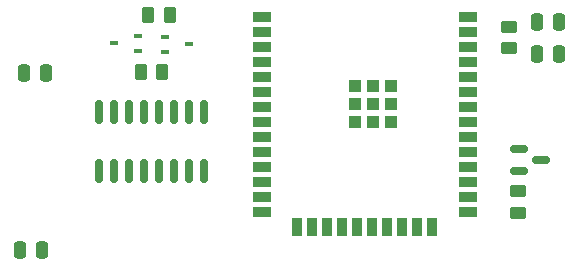
<source format=gbr>
%TF.GenerationSoftware,KiCad,Pcbnew,(6.0.8)*%
%TF.CreationDate,2022-12-26T14:05:03+00:00*%
%TF.ProjectId,Display_LED,44697370-6c61-4795-9f4c-45442e6b6963,1*%
%TF.SameCoordinates,Original*%
%TF.FileFunction,Paste,Bot*%
%TF.FilePolarity,Positive*%
%FSLAX46Y46*%
G04 Gerber Fmt 4.6, Leading zero omitted, Abs format (unit mm)*
G04 Created by KiCad (PCBNEW (6.0.8)) date 2022-12-26 14:05:03*
%MOMM*%
%LPD*%
G01*
G04 APERTURE LIST*
G04 Aperture macros list*
%AMRoundRect*
0 Rectangle with rounded corners*
0 $1 Rounding radius*
0 $2 $3 $4 $5 $6 $7 $8 $9 X,Y pos of 4 corners*
0 Add a 4 corners polygon primitive as box body*
4,1,4,$2,$3,$4,$5,$6,$7,$8,$9,$2,$3,0*
0 Add four circle primitives for the rounded corners*
1,1,$1+$1,$2,$3*
1,1,$1+$1,$4,$5*
1,1,$1+$1,$6,$7*
1,1,$1+$1,$8,$9*
0 Add four rect primitives between the rounded corners*
20,1,$1+$1,$2,$3,$4,$5,0*
20,1,$1+$1,$4,$5,$6,$7,0*
20,1,$1+$1,$6,$7,$8,$9,0*
20,1,$1+$1,$8,$9,$2,$3,0*%
G04 Aperture macros list end*
%ADD10RoundRect,0.250000X0.450000X-0.262500X0.450000X0.262500X-0.450000X0.262500X-0.450000X-0.262500X0*%
%ADD11RoundRect,0.250000X-0.250000X-0.475000X0.250000X-0.475000X0.250000X0.475000X-0.250000X0.475000X0*%
%ADD12RoundRect,0.150000X-0.587500X-0.150000X0.587500X-0.150000X0.587500X0.150000X-0.587500X0.150000X0*%
%ADD13RoundRect,0.250000X-0.262500X-0.450000X0.262500X-0.450000X0.262500X0.450000X-0.262500X0.450000X0*%
%ADD14R,0.700000X0.450000*%
%ADD15RoundRect,0.150000X0.150000X-0.825000X0.150000X0.825000X-0.150000X0.825000X-0.150000X-0.825000X0*%
%ADD16R,1.500000X0.900000*%
%ADD17R,0.900000X1.500000*%
%ADD18R,1.050000X1.050000*%
%ADD19RoundRect,0.250000X0.262500X0.450000X-0.262500X0.450000X-0.262500X-0.450000X0.262500X-0.450000X0*%
G04 APERTURE END LIST*
D10*
%TO.C,R2*%
X316748000Y-131530500D03*
X316748000Y-129705500D03*
%TD*%
D11*
%TO.C,C4*%
X275656000Y-133604000D03*
X277556000Y-133604000D03*
%TD*%
%TO.C,C5*%
X275316000Y-148624000D03*
X277216000Y-148624000D03*
%TD*%
D12*
%TO.C,Q1*%
X317578500Y-141920000D03*
X317578500Y-140020000D03*
X319453500Y-140970000D03*
%TD*%
D13*
%TO.C,R3*%
X285545500Y-133530000D03*
X287370500Y-133530000D03*
%TD*%
D14*
%TO.C,Q3*%
X285298000Y-130466000D03*
X285298000Y-131766000D03*
X283298000Y-131116000D03*
%TD*%
D11*
%TO.C,C6*%
X319090000Y-129286000D03*
X320990000Y-129286000D03*
%TD*%
D15*
%TO.C,U4*%
X290957000Y-141921000D03*
X289687000Y-141921000D03*
X288417000Y-141921000D03*
X287147000Y-141921000D03*
X285877000Y-141921000D03*
X284607000Y-141921000D03*
X283337000Y-141921000D03*
X282067000Y-141921000D03*
X282067000Y-136971000D03*
X283337000Y-136971000D03*
X284607000Y-136971000D03*
X285877000Y-136971000D03*
X287147000Y-136971000D03*
X288417000Y-136971000D03*
X289687000Y-136971000D03*
X290957000Y-136971000D03*
%TD*%
D16*
%TO.C,U3*%
X313296000Y-128910000D03*
X313296000Y-130180000D03*
X313296000Y-131450000D03*
X313296000Y-132720000D03*
X313296000Y-133990000D03*
X313296000Y-135260000D03*
X313296000Y-136530000D03*
X313296000Y-137800000D03*
X313296000Y-139070000D03*
X313296000Y-140340000D03*
X313296000Y-141610000D03*
X313296000Y-142880000D03*
X313296000Y-144150000D03*
X313296000Y-145420000D03*
D17*
X310256000Y-146670000D03*
X308986000Y-146670000D03*
X307716000Y-146670000D03*
X306446000Y-146670000D03*
X305176000Y-146670000D03*
X303906000Y-146670000D03*
X302636000Y-146670000D03*
X301366000Y-146670000D03*
X300096000Y-146670000D03*
X298826000Y-146670000D03*
D16*
X295796000Y-145420000D03*
X295796000Y-144150000D03*
X295796000Y-142880000D03*
X295796000Y-141610000D03*
X295796000Y-140340000D03*
X295796000Y-139070000D03*
X295796000Y-137800000D03*
X295796000Y-136530000D03*
X295796000Y-135260000D03*
X295796000Y-133990000D03*
X295796000Y-132720000D03*
X295796000Y-131450000D03*
X295796000Y-130180000D03*
X295796000Y-128910000D03*
D18*
X305226000Y-134725000D03*
X306751000Y-136250000D03*
X305226000Y-137775000D03*
X303701000Y-137775000D03*
X306751000Y-134725000D03*
X303701000Y-134725000D03*
X305226000Y-136250000D03*
X303701000Y-136250000D03*
X306751000Y-137775000D03*
%TD*%
D19*
%TO.C,R4*%
X288004500Y-128704000D03*
X286179500Y-128704000D03*
%TD*%
D11*
%TO.C,C3*%
X319080000Y-132010000D03*
X320980000Y-132010000D03*
%TD*%
D14*
%TO.C,Q2*%
X287616000Y-131856000D03*
X287616000Y-130556000D03*
X289616000Y-131206000D03*
%TD*%
D10*
%TO.C,R1*%
X317500000Y-145438500D03*
X317500000Y-143613500D03*
%TD*%
M02*

</source>
